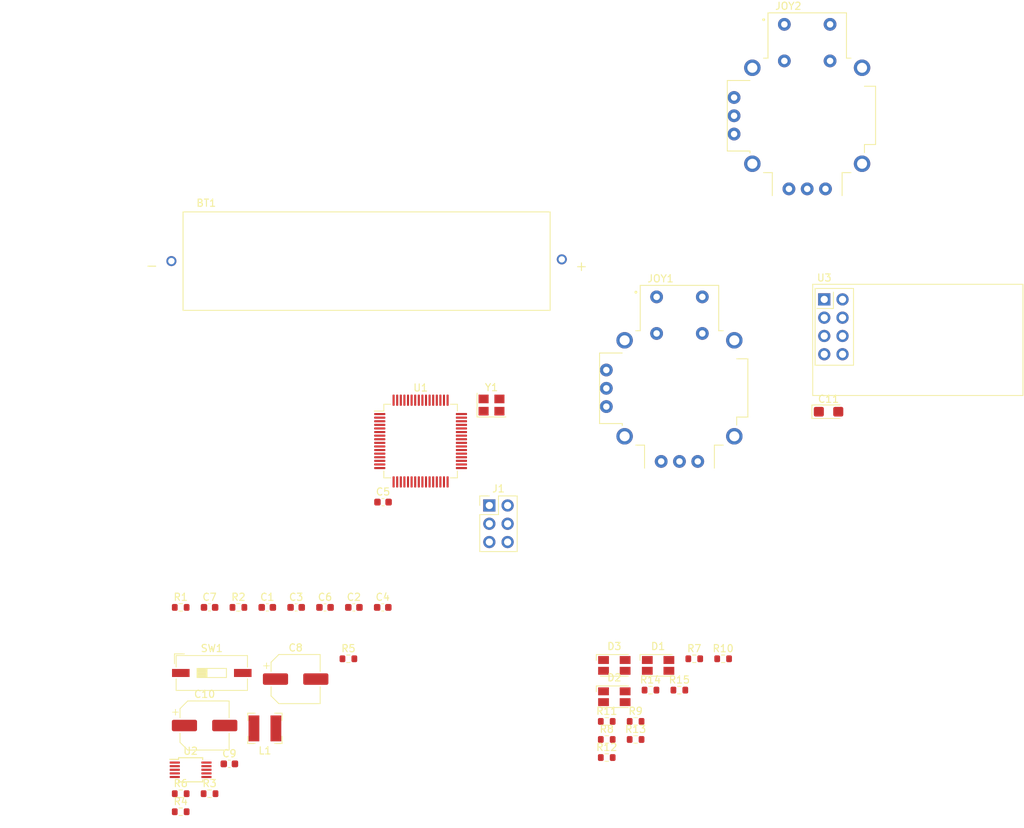
<source format=kicad_pcb>
(kicad_pcb (version 20211014) (generator pcbnew)
  (title_block (title "RC Helicopter Remote Control") (date "2022-12-28") (rev "${REVISION}") (company "Authors: A. Kotkov, I. Kajdan") (comment 1 "Reviewer: A. Bondyra"))
  (layers (0 "F.Cu" signal) (31 "B.Cu" signal) (34 "B.Paste" user) (35 "F.Paste" user) (36 "B.SilkS" user "B.Silkscreen") (37 "F.SilkS" user "F.Silkscreen") (38 "B.Mask" user) (39 "F.Mask" user) (44 "Edge.Cuts" user))
  (property "REVISION" "0.1.0")
  (net 0 "")
  (net 1 "Net-(C1-Pad1)")
  (net 2 "GND")
  (net 3 "Net-(C2-Pad1)")
  (net 4 "+3.3V")
  (net 5 "Net-(U2-Pad10)")
  (net 6 "Net-(C10-Pad1)")
  (net 7 "Net-(D1-Pad1)")
  (net 8 "Net-(D1-Pad2)")
  (net 9 "Net-(D1-Pad3)")
  (net 10 "Net-(D2-Pad1)")
  (net 11 "Net-(D2-Pad2)")
  (net 12 "Net-(D2-Pad3)")
  (net 13 "Net-(D3-Pad1)")
  (net 14 "Net-(D3-Pad2)")
  (net 15 "Net-(D3-Pad3)")
  (net 16 "/SWCLK")
  (net 17 "/SWDIO")
  (net 18 "/NRST")
  (net 19 "/SWO")
  (net 20 "/JOY1_S")
  (net 21 "/JOY1_X")
  (net 22 "/JOY1_Y")
  (net 23 "/JOY2_S")
  (net 24 "/JOY2_X")
  (net 25 "/JOY2_Y")
  (net 26 "Net-(L1-Pad1)")
  (net 27 "Net-(R2-Pad2)")
  (net 28 "/LED1_R")
  (net 29 "/LED2_R")
  (net 30 "/LED3_R")
  (net 31 "/LED1_G")
  (net 32 "/LED2_G")
  (net 33 "/LED3_G")
  (net 34 "/LED1_B")
  (net 35 "/LED2_B")
  (net 36 "/LED3_B")
  (net 37 "/Power/+BATT")
  (net 46 "/NRF_CSN")
  (net 47 "/NRF_SCK")
  (net 48 "/NRF_MISO")
  (net 49 "/NRF_MOSI")
  (net 52 "/NRF_CE")
  (net 59 "/NRF_IRQ")
  (net 70 "Net-(C9-Pad2)")
  (net 71 "Net-(U2-Pad4)")
  (net 72 "Net-(U2-Pad9)")
  (net 73 "Net-(U2-Pad1)")
  (footprint "Inductor_SMD:L_Bourns-SRN4018" (layer "F.Cu") (at 84.551 123.975)
    (fp_text reference "L1" (at 0 3.1) (layer "F.SilkS"))
    (fp_text value "10μH")
    (fp_line (start 2.385 -2.11) (end 1.36 -2.11) (layer "F.SilkS") (width 0.12))
    (fp_line (start 2.385 2.11) (end 2.385 1.085) (layer "F.SilkS") (width 0.12))
    (fp_line (start -2.385 2.11) (end -1.36 2.11) (layer "F.SilkS") (width 0.12))
    (fp_line (start -2.385 -2.11) (end -2.385 -1.085) (layer "F.SilkS") (width 0.12))
    (fp_line (start 2.385 2.11) (end 1.36 2.11) (layer "F.SilkS") (width 0.12))
    (fp_line (start 2.385 -2.11) (end 2.385 -1.085) (layer "F.SilkS") (width 0.12))
    (fp_line (start -2.385 2.11) (end -2.385 1.085) (layer "F.SilkS") (width 0.12))
    (fp_line (start -2.385 -2.11) (end -1.36 -2.11) (layer "F.SilkS") (width 0.12))
    (pad "1" smd rect (at -1.525 0) (size 1.5 3.6) (layers "F.Cu" "F.Paste" "F.Mask") (net 26 "Net-(L1-Pad1)"))
    (pad "2" smd rect (at 1.525 0) (size 1.5 3.6) (layers "F.Cu" "F.Paste" "F.Mask") (net 71 "Net-(U2-Pad4)"))
  )
  (footprint "Package_SO:MSOP-10_3x3mm_P0.5mm" (layer "F.Cu") (at 74.2289 129.7248)
    (fp_text reference "U2" (at 0 -2.6) (layer "F.SilkS"))
    (fp_text value "LTC3440EMS")
    (fp_line (start -1.675 -1.45) (end -2.9 -1.45) (layer "F.SilkS") (width 0.15))
    (fp_line (start 1.675 -1.675) (end 1.675 -1.375) (layer "F.SilkS") (width 0.15))
    (fp_line (start -1.675 -1.675) (end -1.675 -1.45) (layer "F.SilkS") (width 0.15))
    (fp_line (start -1.675 -1.675) (end 1.675 -1.675) (layer "F.SilkS") (width 0.15))
    (fp_line (start -1.675 1.675) (end -1.675 1.375) (layer "F.SilkS") (width 0.15))
    (fp_line (start -1.675 1.675) (end 1.675 1.675) (layer "F.SilkS") (width 0.15))
    (fp_line (start 1.675 1.675) (end 1.675 1.375) (layer "F.SilkS") (width 0.15))
    (pad "1" smd rect (at -2.2 -1) (size 1.4 0.3) (layers "F.Cu" "F.Paste" "F.Mask") (net 73 "Net-(U2-Pad1)"))
    (pad "2" smd rect (at -2.2 -0.5) (size 1.4 0.3) (layers "F.Cu" "F.Paste" "F.Mask"))
    (pad "3" smd rect (at -2.2 0) (size 1.4 0.3) (layers "F.Cu" "F.Paste" "F.Mask") (net 26 "Net-(L1-Pad1)"))
    (pad "4" smd rect (at -2.2 0.5) (size 1.4 0.3) (layers "F.Cu" "F.Paste" "F.Mask") (net 71 "Net-(U2-Pad4)"))
    (pad "5" smd rect (at -2.2 1) (size 1.4 0.3) (layers "F.Cu" "F.Paste" "F.Mask") (net 2 "GND"))
    (pad "6" smd rect (at 2.2 1) (size 1.4 0.3) (layers "F.Cu" "F.Paste" "F.Mask") (net 4 "+3.3V"))
    (pad "7" smd rect (at 2.2 0.5) (size 1.4 0.3) (layers "F.Cu" "F.Paste" "F.Mask") (net 6 "Net-(C10-Pad1)"))
    (pad "8" smd rect (at 2.2 0) (size 1.4 0.3) (layers "F.Cu" "F.Paste" "F.Mask") (net 6 "Net-(C10-Pad1)"))
    (pad "9" smd rect (at 2.2 -0.5) (size 1.4 0.3) (layers "F.Cu" "F.Paste" "F.Mask") (net 72 "Net-(U2-Pad9)"))
    (pad "10" smd rect (at 2.2 -1) (size 1.4 0.3) (layers "F.Cu" "F.Paste" "F.Mask") (net 5 "Net-(U2-Pad10)"))
  )
  (footprint "Connector_PinHeader_2.54mm:PinHeader_2x03_P2.54mm_Vertical" (layer "F.Cu") (at 115.731 93.005)
    (fp_text reference "J1" (at 1.27 -2.33) (layer "F.SilkS"))
    (fp_text value "SWD")
    (fp_line (start 3.87 -1.33) (end 3.87 6.41) (layer "F.SilkS") (width 0.12))
    (fp_line (start -1.33 -1.33) (end 0 -1.33) (layer "F.SilkS") (width 0.12))
    (fp_line (start -1.33 6.41) (end 3.87 6.41) (layer "F.SilkS") (width 0.12))
    (fp_line (start 1.27 -1.33) (end 3.87 -1.33) (layer "F.SilkS") (width 0.12))
    (fp_line (start -1.33 0) (end -1.33 -1.33) (layer "F.SilkS") (width 0.12))
    (fp_line (start 1.27 1.27) (end 1.27 -1.33) (layer "F.SilkS") (width 0.12))
    (fp_line (start -1.33 1.27) (end 1.27 1.27) (layer "F.SilkS") (width 0.12))
    (fp_line (start -1.33 1.27) (end -1.33 6.41) (layer "F.SilkS") (width 0.12))
    (pad "1" thru_hole rect (at 0 0) (size 1.7 1.7) (drill 1) (layers *.Cu *.Mask) (net 4 "+3.3V"))
    (pad "2" thru_hole oval (at 2.54 0) (size 1.7 1.7) (drill 1) (layers *.Cu *.Mask) (net 16 "/SWCLK"))
    (pad "3" thru_hole oval (at 0 2.54) (size 1.7 1.7) (drill 1) (layers *.Cu *.Mask) (net 2 "GND"))
    (pad "4" thru_hole oval (at 2.54 2.54) (size 1.7 1.7) (drill 1) (layers *.Cu *.Mask) (net 17 "/SWDIO"))
    (pad "5" thru_hole oval (at 0 5.08) (size 1.7 1.7) (drill 1) (layers *.Cu *.Mask) (net 18 "/NRST"))
    (pad "6" thru_hole oval (at 2.54 5.08) (size 1.7 1.7) (drill 1) (layers *.Cu *.Mask) (net 19 "/SWO"))
  )
  (footprint "Resistor_SMD:R_0603_1608Metric" (layer "F.Cu") (at 80.871 107.165)
    (fp_text reference "R2" (at 0 -1.43) (layer "F.SilkS"))
    (fp_text value "10kΩ")
    (fp_line (start -0.237258 -0.5225) (end 0.237258 -0.5225) (layer "F.SilkS") (width 0.12))
    (fp_line (start -0.237258 0.5225) (end 0.237258 0.5225) (layer "F.SilkS") (width 0.12))
    (pad "1" smd roundrect (at -0.825 0) (size 0.8 0.95) (layers "F.Cu" "F.Paste" "F.Mask") (net 2 "GND"))
    (pad "2" smd roundrect (at 0.825 0) (size 0.8 0.95) (layers "F.Cu" "F.Paste" "F.Mask") (net 27 "Net-(R2-Pad2)"))
  )
  (footprint "Resistor_SMD:R_0603_1608Metric" (layer "F.Cu") (at 136.051 123.005)
    (fp_text reference "R9" (at 0 -1.43) (layer "F.SilkS"))
    (fp_text value "180Ω")
    (fp_line (start -0.237258 0.5225) (end 0.237258 0.5225) (layer "F.SilkS") (width 0.12))
    (fp_line (start -0.237258 -0.5225) (end 0.237258 -0.5225) (layer "F.SilkS") (width 0.12))
    (pad "1" smd roundrect (at -0.825 0) (size 0.8 0.95) (layers "F.Cu" "F.Paste" "F.Mask") (net 13 "Net-(D3-Pad1)"))
    (pad "2" smd roundrect (at 0.825 0) (size 0.8 0.95) (layers "F.Cu" "F.Paste" "F.Mask") (net 30 "/LED3_R"))
  )
  (footprint "Resistor_SMD:R_0603_1608Metric" (layer "F.Cu") (at 138.121 118.655)
    (fp_text reference "R14" (at 0 -1.43) (layer "F.SilkS"))
    (fp_text value "100Ω")
    (fp_line (start -0.237258 -0.5225) (end 0.237258 -0.5225) (layer "F.SilkS") (width 0.12))
    (fp_line (start -0.237258 0.5225) (end 0.237258 0.5225) (layer "F.SilkS") (width 0.12))
    (pad "1" smd roundrect (at -0.825 0) (size 0.8 0.95) (layers "F.Cu" "F.Paste" "F.Mask") (net 12 "Net-(D2-Pad3)"))
    (pad "2" smd roundrect (at 0.825 0) (size 0.8 0.95) (layers "F.Cu" "F.Paste" "F.Mask") (net 35 "/LED2_B"))
  )
  (footprint "Resistor_SMD:R_0603_1608Metric" (layer "F.Cu") (at 72.851 135.555)
    (fp_text reference "R4" (at 0 -1.43) (layer "F.SilkS"))
    (fp_text value "15kΩ")
    (fp_line (start -0.237258 0.5225) (end 0.237258 0.5225) (layer "F.SilkS") (width 0.12))
    (fp_line (start -0.237258 -0.5225) (end 0.237258 -0.5225) (layer "F.SilkS") (width 0.12))
    (pad "1" smd roundrect (at -0.825 0) (size 0.8 0.95) (layers "F.Cu" "F.Paste" "F.Mask") (net 72 "Net-(U2-Pad9)"))
    (pad "2" smd roundrect (at 0.825 0) (size 0.8 0.95) (layers "F.Cu" "F.Paste" "F.Mask") (net 70 "Net-(C9-Pad2)"))
  )
  (footprint "Capacitor_SMD:C_0603_1608Metric" (layer "F.Cu") (at 88.891 107.165)
    (fp_text reference "C3" (at 0 -1.43) (layer "F.SilkS"))
    (fp_text value "100nF")
    (fp_line (start -0.14058 0.51) (end 0.14058 0.51) (layer "F.SilkS") (width 0.12))
    (fp_line (start -0.14058 -0.51) (end 0.14058 -0.51) (layer "F.SilkS") (width 0.12))
    (pad "1" smd roundrect (at -0.775 0) (size 0.9 0.95) (layers "F.Cu" "F.Paste" "F.Mask") (net 4 "+3.3V"))
    (pad "2" smd roundrect (at 0.775 0) (size 0.9 0.95) (layers "F.Cu" "F.Paste" "F.Mask") (net 2 "GND"))
  )
  (footprint "Resistor_SMD:R_0603_1608Metric" (layer "F.Cu") (at 72.851 107.165)
    (fp_text reference "R1" (at 0 -1.43) (layer "F.SilkS"))
    (fp_text value "10kΩ")
    (fp_line (start -0.237258 -0.5225) (end 0.237258 -0.5225) (layer "F.SilkS") (width 0.12))
    (fp_line (start -0.237258 0.5225) (end 0.237258 0.5225) (layer "F.SilkS") (width 0.12))
    (pad "1" smd roundrect (at -0.825 0) (size 0.8 0.95) (layers "F.Cu" "F.Paste" "F.Mask") (net 4 "+3.3V"))
    (pad "2" smd roundrect (at 0.825 0) (size 0.8 0.95) (layers "F.Cu" "F.Paste" "F.Mask") (net 18 "/NRST"))
  )
  (footprint "Resistor_SMD:R_0603_1608Metric" (layer "F.Cu") (at 136.051 125.515)
    (fp_text reference "R13" (at 0 -1.43) (layer "F.SilkS"))
    (fp_text value "100Ω")
    (fp_line (start -0.237258 -0.5225) (end 0.237258 -0.5225) (layer "F.SilkS") (width 0.12))
    (fp_line (start -0.237258 0.5225) (end 0.237258 0.5225) (layer "F.SilkS") (width 0.12))
    (pad "1" smd roundrect (at -0.825 0) (size 0.8 0.95) (layers "F.Cu" "F.Paste" "F.Mask") (net 9 "Net-(D1-Pad3)"))
    (pad "2" smd roundrect (at 0.825 0) (size 0.8 0.95) (layers "F.Cu" "F.Paste" "F.Mask") (net 34 "/LED1_B"))
  )
  (footprint "Resistor_SMD:R_0603_1608Metric" (layer "F.Cu") (at 132.041 128.025)
    (fp_text reference "R12" (at 0 -1.43) (layer "F.SilkS"))
    (fp_text value "100Ω")
    (fp_line (start -0.237258 -0.5225) (end 0.237258 -0.5225) (layer "F.SilkS") (width 0.12))
    (fp_line (start -0.237258 0.5225) (end 0.237258 0.5225) (layer "F.SilkS") (width 0.12))
    (pad "1" smd roundrect (at -0.825 0) (size 0.8 0.95) (layers "F.Cu" "F.Paste" "F.Mask") (net 14 "Net-(D3-Pad2)"))
    (pad "2" smd roundrect (at 0.825 0) (size 0.8 0.95) (layers "F.Cu" "F.Paste" "F.Mask") (net 33 "/LED3_G"))
  )
  (footprint "Resistor_SMD:R_0603_1608Metric" (layer "F.Cu") (at 148.211 114.305)
    (fp_text reference "R10" (at 0 -1.43) (layer "F.SilkS"))
    (fp_text value "100Ω")
    (fp_line (start -0.237258 -0.5225) (end 0.237258 -0.5225) (layer "F.SilkS") (width 0.12))
    (fp_line (start -0.237258 0.5225) (end 0.237258 0.5225) (layer "F.SilkS") (width 0.12))
    (pad "1" smd roundrect (at -0.825 0) (size 0.8 0.95) (layers "F.Cu" "F.Paste" "F.Mask") (net 8 "Net-(D1-Pad2)"))
    (pad "2" smd roundrect (at 0.825 0) (size 0.8 0.95) (layers "F.Cu" "F.Paste" "F.Mask") (net 31 "/LED1_G"))
  )
  (footprint "Crystal:Crystal_SMD_3225-4Pin_3.2x2.5mm" (layer "F.Cu") (at 116.031 79.055)
    (fp_text reference "Y1" (at 0 -2.45) (layer "F.SilkS"))
    (fp_text value "16MHz")
    (fp_line (start -2 1.65) (end 2 1.65) (layer "F.SilkS") (width 0.12))
    (fp_line (start -2 -1.65) (end -2 1.65) (layer "F.SilkS") (width 0.12))
    (pad "1" smd rect (at -1.1 0.85) (size 1.4 1.2) (layers "F.Cu" "F.Paste" "F.Mask") (net 3 "Net-(C2-Pad1)"))
    (pad "2" smd rect (at 1.1 0.85) (size 1.4 1.2) (layers "F.Cu" "F.Paste" "F.Mask") (net 2 "GND"))
    (pad "3" smd rect (at 1.1 -0.85) (size 1.4 1.2) (layers "F.Cu" "F.Paste" "F.Mask") (net 1 "Net-(C1-Pad1)"))
    (pad "4" smd rect (at -1.1 -0.85) (size 1.4 1.2) (layers "F.Cu" "F.Paste" "F.Mask") (net 2 "GND"))
  )
  (footprint "Resistor_SMD:R_0603_1608Metric" (layer "F.Cu") (at 144.201 114.305)
    (fp_text reference "R7" (at 0 -1.43) (layer "F.SilkS"))
    (fp_text value "180Ω")
    (fp_line (start -0.237258 0.5225) (end 0.237258 0.5225) (layer "F.SilkS") (width 0.12))
    (fp_line (start -0.237258 -0.5225) (end 0.237258 -0.5225) (layer "F.SilkS") (width 0.12))
    (pad "1" smd roundrect (at -0.825 0) (size 0.8 0.95) (layers "F.Cu" "F.Paste" "F.Mask") (net 7 "Net-(D1-Pad1)"))
    (pad "2" smd roundrect (at 0.825 0) (size 0.8 0.95) (layers "F.Cu" "F.Paste" "F.Mask") (net 28 "/LED1_R"))
  )
  (footprint "Capacitor_SMD:C_0603_1608Metric" (layer "F.Cu") (at 100.921 107.165)
    (fp_text reference "C4" (at 0 -1.43) (layer "F.SilkS"))
    (fp_text value "100nF")
    (fp_line (start -0.14058 0.51) (end 0.14058 0.51) (layer "F.SilkS") (width 0.12))
    (fp_line (start -0.14058 -0.51) (end 0.14058 -0.51) (layer "F.SilkS") (width 0.12))
    (pad "1" smd roundrect (at -0.775 0) (size 0.9 0.95) (layers "F.Cu" "F.Paste" "F.Mask") (net 4 "+3.3V"))
    (pad "2" smd roundrect (at 0.775 0) (size 0.9 0.95) (layers "F.Cu" "F.Paste" "F.Mask") (net 2 "GND"))
  )
  (footprint "Package_QFP:LQFP-64_10x10mm_P0.5mm" (layer "F.Cu") (at 106.181 84.055)
    (fp_text reference "U1" (at 0 -7.4) (layer "F.SilkS"))
    (fp_text value "STM32L4P5RET6")
    (fp_line (start -4.16 5.11) (end -5.11 5.11) (layer "F.SilkS") (width 0.12))
    (fp_line (start -5.11 -4.16) (end -6.45 -4.16) (layer "F.SilkS") (width 0.12))
    (fp_line (start 4.16 -5.11) (end 5.11 -5.11) (layer "F.SilkS") (width 0.12))
    (fp_line (start 5.11 -5.11) (end 5.11 -4.16) (layer "F.SilkS") (width 0.12))
    (fp_line (start 4.16 5.11) (end 5.11 5.11) (layer "F.SilkS") (width 0.12))
    (fp_line (start -4.16 -5.11) (end -5.11 -5.11) (layer "F.SilkS") (width 0.12))
    (fp_line (start -5.11 5.11) (end -5.11 4.16) (layer "F.SilkS") (width 0.12))
    (fp_line (start 5.11 5.11) (end 5.11 4.16) (layer "F.SilkS") (width 0.12))
    (fp_line (start -5.11 -5.11) (end -5.11 -4.16) (layer "F.SilkS") (width 0.12))
    (pad "1" smd roundrect (at -5.675 -3.75) (size 1.55 0.3) (layers "F.Cu" "F.Paste" "F.Mask") (net 4 "+3.3V"))
    (pad "2" smd roundrect (at -5.675 -3.25) (size 1.55 0.3) (layers "F.Cu" "F.Paste" "F.Mask"))
    (pad "3" smd roundrect (at -5.675 -2.75) (size 1.55 0.3) (layers "F.Cu" "F.Paste" "F.Mask"))
    (pad "4" smd roundrect (at -5.675 -2.25) (size 1.55 0.3) (layers "F.Cu" "F.Paste" "F.Mask"))
    (pad "5" smd roundrect (at -5.675 -1.75) (size 1.55 0.3) (layers "F.Cu" "F.Paste" "F.Mask") (net 1 "Net-(C1-Pad1)"))
    (pad "6" smd roundrect (at -5.675 -1.25) (size 1.55 0.3) (layers "F.Cu" "F.Paste" "F.Mask") (net 3 "Net-(C2-Pad1)"))
    (pad "7" smd roundrect (at -5.675 -0.75) (size 1.55 0.3) (layers "F.Cu" "F.Paste" "F.Mask") (net 18 "/NRST"))
    (pad "8" smd roundrect (at -5.675 -0.25) (size 1.55 0.3) (layers "F.Cu" "F.Paste" "F.Mask"))
    (pad "9" smd roundrect (at -5.675 0.25) (size 1.55 0.3) (layers "F.Cu" "F.Paste" "F.Mask"))
    (pad "10" smd roundrect (at -5.675 0.75) (size 1.55 0.3) (layers "F.Cu" "F.Paste" "F.Mask"))
    (pad "11" smd roundrect (at -5.675 1.25) (size 1.55 0.3) (layers "F.Cu" "F.Paste" "F.Mask"))
    (pad "12" smd roundrect (at -5.675 1.75) (size 1.55 0.3) (layers "F.Cu" "F.Paste" "F.Mask") (net 2 "GND"))
    (pad "13" smd roundrect (at -5.675 2.25) (size 1.55 0.3) (layers "F.Cu" "F.Paste" "F.Mask") (net 4 "+3.3V"))
    (pad "14" smd roundrect (at -5.675 2.75) (size 1.55 0.3) (layers "F.Cu" "F.Paste" "F.Mask") (net 22 "/JOY1_Y"))
    (pad "15" smd roundrect (at -5.675 3.25) (size 1.55 0.3) (layers "F.Cu" "F.Paste" "F.Mask") (net 21 "/JOY1_X"))
    (pad "16" smd roundrect (at -5.675 3.75) (size 1.55 0.3) (layers "F.Cu" "F.Paste" "F.Mask") (net 20 "/JOY1_S"))
    (pad "17" smd roundrect (at -3.75 5.675) (size 0.3 1.55) (layers "F.Cu" "F.Paste" "F.Mask"))
    (pad "18" smd roundrect (at -3.25 5.675) (size 0.3 1.55) (layers "F.Cu" "F.Paste" "F.Mask") (net 2 "GND"))
    (pad "19" smd roundrect (at -2.75 5.675) (size 0.3 1.55) (layers "F.Cu" "F.Paste" "F.Mask") (net 4 "+3.3V"))
    (pad "20" smd roundrect (at -2.25 5.675) (size 0.3 1.55) (layers "F.Cu" "F.Paste" "F.Mask") (net 46 "/NRF_CSN"))
    (pad "21" smd roundrect (at -1.75 5.675) (size 0.3 1.55) (layers "F.Cu" "F.Paste" "F.Mask") (net 47 "/NRF_SCK"))
    (pad "22" smd roundrect (at -1.25 5.675) (size 0.3 1.55) (layers "F.Cu" "F.Paste" "F.Mask") (net 48 "/NRF_MISO"))
    (pad "23" smd roundrect (at -0.75 5.675) (size 0.3 1.55) (layers "F.Cu" "F.Paste" "F.Mask") (net 49 "/NRF_MOSI"))
    (pad "24" smd roundrect (at -0.25 5.675) (size 0.3 1.55) (layers "F.Cu" "F.Paste" "F.Mask"))
    (pad "25" smd roundrect (at 0.25 5.675) (size 0.3 1.55) (layers "F.Cu" "F.Paste" "F.Mask"))
    (pad "26" smd roundrect (at 0.75 5.675) (size 0.3 1.55) (layers "F.Cu" "F.Paste" "F.Mask") (net 52 "/NRF_CE"))
    (pad "27" smd roundrect (at 1.25 5.675) (size 0.3 1.55) (layers "F.Cu" "F.Paste" "F.Mask"))
    (pad "28" smd roundrect (at 1.75 5.675) (size 0.3 1.55) (layers "F.Cu" "F.Paste" "F.Mask"))
    (pad "29" smd roundrect (at 2.25 5.675) (size 0.3 1.55) (layers "F.Cu" "F.Paste" "F.Mask") (net 29 "/LED2_R"))
    (pad "30" smd roundrect (at 2.75 5.675) (size 0.3 1.55) (layers "F.Cu" "F.Paste" "F.Mask") (net 32 "/LED2_G"))
    (pad "31" smd roundrect (at 3.25 5.675) (size 0.3 1.55) (layers "F.Cu" "F.Paste" "F.Mask") (net 2 "GND"))
    (pad "32" smd roundrect (at 3.75 5.675) (size 0.3 1.55) (layers "F.Cu" "F.Paste" "F.Mask") (net 4 "+3.3V"))
    (pad "33" smd roundrect (at 5.675 3.75) (size 1.55 0.3) (layers "F.Cu" "F.Paste" "F.Mask") (net 35 "/LED2_B"))
    (pad "34" smd roundrect (at 5.675 3.25) (size 1.55 0.3) (layers "F.Cu" "F.Paste" "F.Mask") (net 30 "/LED3_R"))
    (pad "35" smd roundrect (at 5.675 2.75) (size 1.55 0.3) (layers "F.Cu" "F.Paste" "F.Mask") (net 33 "/LED3_G"))
    (pad "36" smd roundrect (at 5.675 2.25) (size 1.55 0.3) (layers "F.Cu" "F.Paste" "F.Mask") (net 36 "/LED3_B"))
    (pad "37" smd roundrect (at 5.675 1.75) (size 1.55 0.3) (layers "F.Cu" "F.Paste" "F.Mask"))
    (pad "38" smd roundrect (at 5.675 1.25) (size 1.55 0.3) (layers "F.Cu" "F.Paste" "F.Mask"))
    (pad "39" smd roundrect (at 5.675 0.75) (size 1.55 0.3) (layers "F.Cu" "F.Paste" "F.Mask"))
    (pad "40" smd roundrect (at 5.675 0.25) (size 1.55 0.3) (layers "F.Cu" "F.Paste" "F.Mask"))
    (pad "41" smd roundrect (at 5.675 -0.25) (size 1.55 0.3) (layers "F.Cu" "F.Paste" "F.Mask") (net 59 "/NRF_IRQ"))
    (pad "42" smd roundrect (at 5.675 -0.75) (size 1.55 0.3) (layers "F.Cu" "F.Paste" "F.Mask") (net 25 "/JOY2_Y"))
    (pad "43" smd roundrect (at 5.675 -1.25) (size 1.55 0.3) (layers "F.Cu" "F.Paste" "F.Mask") (net 24 "/JOY2_X"))
    (pad "44" smd roundrect (at 5.675 -1.75) (size 1.55 0.3) (layers "F.Cu" "F.Paste" "F.Mask") (net 23 "/JOY2_S"))
    (pad "45" smd roundrect (at 5.675 -2.25) (size 1.55 0.3) (layers "F.Cu" "F.Paste" "F.Mask"))
    (pad "46" smd roundrect (at 5.675 -2.75) (size 1.55 0.3) (layers "F.Cu" "F.Paste" "F.Mask") (net 17 "/SWDIO"))
    (pad "47" smd roundrect (at 5.675 -3.25) (size 1.55 0.3) (layers "F.Cu" "F.Paste" "F.Mask") (net 2 "GND"))
    (pad "48" smd roundrect (at 5.675 -3.75) (size 1.55 0.3) (layers "F.Cu" "F.Paste" "F.Mask") (net 4 "+3.3V"))
    (pad "49" smd roundrect (at 3.75 -5.675) (size 0.3 1.55) (layers "F.Cu" "F.Paste" "F.Mask") (net 16 "/SWCLK"))
    (pad "50" smd roundrect (at 3.25 -5.675) (size 0.3 1.55) (layers "F.Cu" "F.Paste" "F.Mask"))
    (pad "51" smd roundrect (at 2.75 -5.675) (size 0.3 1.55) (layers "F.Cu" "F.Paste" "F.Mask"))
    (pad "52" smd roundrect (at 2.25 -5.675) (size 0.3 1.55) (layers "F.Cu" "F.Paste" "F.Mask"))
    (pad "53" smd roundrect (at 1.75 -5.675) (size 0.3 1.55) (layers "F.Cu" "F.Paste" "F.Mask"))
    (pad "54" smd roundrect (at 1.25 -5.675) (size 0.3 1.55) (layers "F.Cu" "F.Paste" "F.Mask"))
    (pad "55" smd roundrect (at 0.75 -5.675) (size 0.3 1.55) (layers "F.Cu" "F.Paste" "F.Mask") (net 19 "/SWO"))
    (pad "56" smd roundrect (at 0.25 -5.675) (size 0.3 1.55) (layers "F.Cu" "F.Paste" "F.Mask"))
    (pad "57" smd roundrect (at -0.25 -5.675) (size 0.3 1.55) (layers "F.Cu" "F.Paste" "F.Mask"))
    (pad "58" smd roundrect (at -0.75 -5.675) (size 0.3 1.55) (layers "F.Cu" "F.Paste" "F.Mask"))
    (pad "59" smd roundrect (at -1.25 -5.675) (size 0.3 1.55) (layers "F.Cu" "F.Paste" "F.Mask") (net 28 "/LED1_R"))
    (pad "60" smd roundrect (at -1.75 -5.675) (size 0.3 1.55) (layers "F.Cu" "F.Paste" "F.Mask") (net 27 "Net-(R2-Pad2)"))
    (pad "61" smd roundrect (at -2.25 -5.675) (size 0.3 1.55) (layers "F.Cu" "F.Paste" "F.Mask") (net 31 "/LED1_G"))
    (pad "62" smd roundrect (at -2.75 -5.675) (size 0.3 1.55) (layers "F.Cu" "F.Paste" "F.Mask") (net 34 "/LED1_B"))
    (pad "63" smd roundrect (at -3.25 -5.675) (size 0.3 1.55) (layers "F.Cu" "F.Paste" "F.Mask") (net 2 "GND"))
    (pad "64" smd roundrect (at -3.75 -5.675) (size 0.3 1.55) (layers "F.Cu" "F.Paste" "F.Mask") (net 4 "+3.3V"))
  )
  (footprint "LED_SMD:LED_Avago_PLCC4_3.2x2.8mm_CW" (layer "F.Cu") (at 133.096044 115.225)
    (fp_text reference "D3" (at 0 -2.65) (layer "F.SilkS"))
    (fp_text value "LED_RGBK")
    (fp_line (start -2.5 -0.7) (end -2.5 -1.5) (layer "F.SilkS") (width 0.12))
    (fp_line (start -2.500044 -1.5) (end 1.95 -1.5) (layer "F.SilkS") (width 0.12))
    (fp_line (start -1.95 1.5) (end 1.95 1.5) (layer "F.SilkS") (width 0.12))
    (pad "1" smd rect (at -1.5 -0.75) (size 1.5 1.1) (layers "F.Cu" "F.Paste" "F.Mask") (net 13 "Net-(D3-Pad1)"))
    (pad "2" smd rect (at 1.5 -0.75) (size 1.5 1.1) (layers "F.Cu" "F.Paste" "F.Mask") (net 14 "Net-(D3-Pad2)"))
    (pad "3" smd rect (at 1.5 0.75) (size 1.5 1.1) (layers "F.Cu" "F.Paste" "F.Mask") (net 15 "Net-(D3-Pad3)"))
    (pad "4" smd rect (at -1.5 0.75) (size 1.5 1.1) (layers "F.Cu" "F.Paste" "F.Mask") (net 4 "+3.3V"))
  )
  (footprint "Resistor_SMD:R_0603_1608Metric" (layer "F.Cu") (at 72.851 133.045)
    (fp_text reference "R6" (at 0 -1.43) (layer "F.SilkS"))
    (fp_text value "60.4kΩ")
    (fp_line (start -0.237258 -0.5225) (end 0.237258 -0.5225) (layer "F.SilkS") (width 0.12))
    (fp_line (start -0.237258 0.5225) (end 0.237258 0.5225) (layer "F.SilkS") (width 0.12))
    (pad "1" smd roundrect (at -0.825 0) (size 0.8 0.95) (layers "F.Cu" "F.Paste" "F.Mask") (net 2 "GND"))
    (pad "2" smd roundrect (at 0.825 0) (size 0.8 0.95) (layers "F.Cu" "F.Paste" "F.Mask") (net 73 "Net-(U2-Pad1)"))
  )
  (footprint "Local_Library:BAT_BCAAAW" (layer "F.Cu") (at 98.679 59.055)
    (fp_text reference "BT1" (at -22.275 -8.07) (layer "F.SilkS"))
    (fp_text value "Li-Ion")
    (fp_text user "-" (at -29.84 0.6) (layer "F.SilkS") (effects (font (size 1.4 1.4))))
    (fp_text user "+" (at 29.85 0.67) (layer "F.SilkS") (effects (font (size 1.4 1.4))))
    (fp_line (start 25.5 -6.84) (end -25.5 -6.84) (layer "F.SilkS") (width 0.127))
    (fp_line (start 25.5 6.84) (end 25.5 -6.84) (layer "F.SilkS") (width 0.127))
    (fp_line (start -25.5 -6.84) (end -25.5 6.84) (layer "F.SilkS") (width 0.127))
    (fp_line (start -25.5 6.84) (end 25.5 6.84) (layer "F.SilkS") (width 0.127))
    (pad "" np_thru_hole circle (at 0 0) (size 2.11 2.11) (drill 2.11) (layers *.Cu *.Mask))
    (pad "1" thru_hole circle (at 27.12 -0.24) (size 1.398 1.398) (drill 0.89) (layers *.Cu *.Mask) (net 37 "/Power/+BATT"))
    (pad "2" thru_hole circle (at -27.12 0) (size 1.398 1.398) (drill 0.89) (layers *.Cu *.Mask) (net 2 "GND"))
  )
  (footprint "Button_Switch_SMD:SW_DIP_SPSTx01_Slide_9.78x4.72mm_W8.61mm_P2.54mm" (layer "F.Cu") (at 77.171 116.275)
    (fp_text reference "SW1" (at 0 -3.42) (layer "F.SilkS"))
    (fp_text value "SW_SPST")
    (fp_line (start -2.03 -0.395) (end -0.676667 -0.395) (layer "F.SilkS") (width 0.12))
    (fp_line (start 2.03 -0.635) (end -2.03 -0.635) (layer "F.SilkS") (width 0.12))
    (fp_line (start -4.95 2.42) (end 4.95 2.42) (layer "F.SilkS") (width 0.12))
    (fp_line (start -2.03 -0.155) (end -0.676667 -0.155) (layer "F.SilkS") (width 0.12))
    (fp_line (start -2.03 -0.515) (end -0.676667 -0.515) (layer "F.SilkS") (width 0.12))
    (fp_line (start -4.95 -2.42) (end -4.95 -0.8) (layer "F.SilkS") (width 0.12))
    (fp_line (start 2.03 0.635) (end 2.03 -0.635) (layer "F.SilkS") (width 0.12))
    (fp_line (start -5.19 -2.66) (end -3.806 -2.66) (layer "F.SilkS") (width 0.12))
    (fp_line (start -4.95 -2.42) (end 4.95 -2.42) (layer "F.SilkS") (width 0.12))
    (fp_line (start -2.03 0.205) (end -0.676667 0.205) (layer "F.SilkS") (width 0.12))
    (fp_line (start -2.03 0.565) (end -0.676667 0.565) (layer "F.SilkS") (width 0.12))
    (fp_line (start -4.95 0.8) (end -4.95 2.42) (layer "F.SilkS") (width 0.12))
    (fp_line (start -2.03 0.085) (end -0.676667 0.085) (layer "F.SilkS") (width 0.12))
    (fp_line (start -2.03 -0.035) (end -0.676667 -0.035) (layer "F.SilkS") (width 0.12))
    (fp_line (start -5.19 -2.66) (end -5.19 -1.277) (layer "F.SilkS") (width 0.12))
    (fp_line (start -2.03 0.635) (end 2.03 0.635) (layer "F.SilkS") (width 0.12))
    (fp_line (start -0.676667 -0.635) (end -0.676667 0.635) (layer "F.SilkS") (width 0.12))
    (fp_line (start 4.95 -2.42) (end 4.95 -0.8) (layer "F.SilkS") (width 0.12))
    (fp_line (start -2.03 0.445) (end -0.676667 0.445) (layer "F.SilkS") (width 0.12))
    (fp_line (start 4.95 0.8) (end 4.95 2.42) (layer "F.SilkS") (width 0.12))
    (fp_line (start -2.03 0.325) (end -0.676667 0.325) (layer "F.SilkS") (width 0.12))
    (fp_line (start -2.03 -0.635) (end -2.03 0.635) (layer "F.SilkS") (width 0.12))
    (fp_line (start -2.03 -0.275) (end -0.676667 -0.275) (layer "F.SilkS") (width 0.12))
    (pad "1" smd rect (at -4.305 0) (size 2.44 1.12) (layers "F.Cu" "F.Paste" "F.Mask") (net 37 "/Power/+BATT"))
    (pad "2" smd rect (at 4.305 0) (size 2.44 1.12) (layers "F.Cu" "F.Paste" "F.Mask") (net 6 "Net-(C10-Pad1)"))
  )
  (footprint "Capacitor_Tantalum_SMD:CP_EIA-3216-10_Kemet-I" (layer "F.Cu") (at 162.856 79.975)
    (fp_text reference "C11" (at 0 -1.75) (layer "F.SilkS"))
    (fp_text value "10μF")
    (fp_line (start -2.31 0.935) (end 1.6 0.935) (layer "F.SilkS") (width 0.12))
    (fp_line (start -2.31 -0.935) (end -2.31 0.935) (layer "F.SilkS") (width 0.12))
    (fp_line (start 1.6 -0.935) (end -2.31 -0.935) (layer "F.SilkS") (width 0.12))
    (pad "1" smd roundrect (at -1.35 0) (size 1.4 1.35) (layers "F.Cu" "F.Paste" "F.Mask") (roundrect_rratio 0.185185) (net 4 "+3.3V"))
    (pad "2" smd roundrect (at 1.35 0) (size 1.4 1.35) (layers "F.Cu" "F.Paste" "F.Mask") (roundrect_rratio 0.185185) (net 2 "GND"))
  )
  (footprint "Local_Library:XDCR_COM-09032" (layer "F.Cu") (at 142.145777 76.725)
    (fp_text reference "JOY1" (at -2.625 -15.235) (layer "F.SilkS"))
    (fp_text value "COM-09032")
    (fp_line (start 6.08 7.9) (end 4.85 7.9) (layer "F.SilkS") (width 0.127))
    (fp_line (start 5.45 -14.3) (end 5.45 -8) (layer "F.SilkS") (width 0.127))
    (fp_line (start 7.95 -4.1) (end 9.5 -4.1) (layer "F.SilkS") (width 0.127))
    (fp_line (start -7.95 5.17) (end -7.95 4.9) (layer "F.SilkS") (width 0.127))
    (fp_line (start 7.95 4) (end 7.95 5.12) (layer "F.SilkS") (width 0.127))
    (fp_line (start -11.1 4.9) (end -11.1 -4.9) (layer "F.SilkS") (width 0.127))
    (fp_line (start -6.07 -8) (end -5.45 -8) (layer "F.SilkS") (width 0.127))
    (fp_line (start -4.85 7.9) (end -6.07 7.9) (layer "F.SilkS") (width 0.127))
    (fp_line (start -7.95 4.9) (end -11.1 4.9) (layer "F.SilkS") (width 0.127))
    (fp_line (start 9.5 -4.1) (end 9.5 4) (layer "F.SilkS") (width 0.127))
    (fp_line (start 9.5 4) (end 7.95 4) (layer "F.SilkS") (width 0.127))
    (fp_line (start 4.85 7.9) (end 4.85 11.1) (layer "F.SilkS") (width 0.127))
    (fp_line (start -5.45 -14.3) (end 5.45 -14.3) (layer "F.SilkS") (width 0.127))
    (fp_line (start -11.1 -4.9) (end -7.95 -4.9) (layer "F.SilkS") (width 0.127))
    (fp_line (start 5.45 -8) (end 6.08 -8) (layer "F.SilkS") (width 0.127))
    (fp_line (start -5.45 -8) (end -5.45 -14.3) (layer "F.SilkS") (width 0.127))
    (fp_line (start -4.85 11.1) (end -4.85 7.9) (layer "F.SilkS") (width 0.127))
    (fp_circle (center -6.05 -13.35) (end -5.95 -13.35) (layer "F.SilkS") (width 0.2) (fill none))
    (pad "1" thru_hole circle (at -10.16 -2.54) (size 1.778 1.778) (drill 0.889) (layers *.Cu *.Mask) (net 4 "+3.3V"))
    (pad "2" thru_hole circle (at -10.16 0) (size 1.778 1.778) (drill 0.889) (layers *.Cu *.Mask) (net 22 "/JOY1_Y"))
    (pad "3" thru_hole circle (at -10.16 2.54) (size 1.778 1.778) (drill 0.889) (layers *.Cu *.Mask) (net 2 "GND"))
    (pad "4" thru_hole circle (at -2.54 10.16) (size 1.778 1.778) (drill 0.889) (layers *.Cu *.Mask) (net 4 "+3.3V"))
    (pad "5" thru_hole circle (at 0 10.16) (size 1.778 1.778) (drill 0.889) (layers *.Cu *.Mask) (net 21 "/JOY1_X"))
    (pad "6" thru_hole circle (at 2.54 10.16) (size 1.778 1.778) (drill 0.889) (layers *.Cu *.Mask) (net 2 "GND"))
    (pad "7" thru_hole circle (at -3.175 -12.7) (size 1.778 1.778) (drill 0.9) (layers *.Cu *.Mask) (net 20 "/JOY1_S"))
    (pad "7" thru_hole circle (at 3.175 -12.7) (size 1.778 1.778) (drill 0.9) (layers *.Cu *.Mask) (net 20 "/JOY1_S"))
    (pad "8" thru_hole circle (at 3.175 -7.62) (size 1.778 1.778) (drill 0.9) (layers *.Cu *.Mask) (net 2 "GND"))
    (pad "8" thru_hole circle (at -3.175 -7.62) (size 1.778 1.778) (drill 0.9) (layers *.Cu *.Mask) (net 2 "GND"))
    (pad "9" thru_hole circle (at -7.62 6.6675) (size 2.286 2.286) (drill 1.397) (layers *.Cu *.Mask) (net 2 "GND"))
    (pad "9" thru_hole circle (at -7.62 -6.6675) (size 2.286 2.286) (drill 1.397) (layers *.Cu *.Mask) (net 2 "GND"))
    (pad "9" thru_hole circle (at 7.62 6.6675) (size 2.286 2.286) (drill 1.397) (layers *.Cu *.Mask) (net 2 "GND"))
    (pad "9" thru_hole circle (at 7.62 -6.6675) (size 2.286 2.286) (drill 1.397) (layers *.Cu *.Mask) (net 2 "GND"))
  )
  (footprint "Resistor_SMD:R_0603_1608Metric" (layer "F.Cu") (at 132.041 125.515)
    (fp_text reference "R8" (at 0 -1.43) (layer "F.SilkS"))
    (fp_text value "180Ω")
    (fp_line (start -0.237258 -0.5225) (end 0.237258 -0.5225) (layer "F.SilkS") (width 0.12))
    (fp_line (start -0.237258 0.5225) (end 0.237258 0.5225) (layer "F.SilkS") (width 0.12))
    (pad "1" smd roundrect (at -0.825 0) (size 0.8 0.95) (layers "F.Cu" "F.Paste" "F.Mask") (net 10 "Net-(D2-Pad1)"))
    (pad "2" smd roundrect (at 0.825 0) (size 0.8 0.95) (layers "F.Cu" "F.Paste" "F.Mask") (net 29 "/LED2_R"))
  )
  (footprint "Resistor_SMD:R_0603_1608Metric" (layer "F.Cu") (at 96.151 114.305)
    (fp_text reference "R5" (at 0 -1.43) (layer "F.SilkS"))
    (fp_text value "200kΩ")
    (fp_line (start -0.237258 0.5225) (end 0.237258 0.5225) (layer "F.SilkS") (width 0.12))
    (fp_line (start -0.237258 -0.5225) (end 0.237258 -0.5225) (layer "F.SilkS") (width 0.12))
    (pad "1" smd roundrect (at -0.825 0) (size 0.8 0.95) (layers "F.Cu" "F.Paste" "F.Mask") (net 72 "Net-(U2-Pad9)"))
    (pad "2" smd roundrect (at 0.825 0) (size 0.8 0.95) (layers "F.Cu" "F.Paste" "F.Mask") (net 2 "GND"))
  )
  (footprint "Capacitor_SMD:C_0603_1608Metric" (layer "F.Cu") (at 84.881 107.165)
    (fp_text reference "C1" (at 0 -1.43) (layer "F.SilkS"))
    (fp_text value "22pF")
    (fp_line (start -0.14058 -0.51) (end 0.14058 -0.51) (layer "F.SilkS") (width 0.12))
    (fp_line (start -0.14058 0.51) (end 0.14058 0.51) (layer "F.SilkS") (width 0.12))
    (pad "1" smd roundrect (at -0.775 0) (size 0.9 0.95) (layers "F.Cu" "F.Paste" "F.Mask") (net 1 "Net-(C1-Pad1)"))
    (pad "2" smd roundrect (at 0.775 0) (size 0.9 0.95) (layers "F.Cu" "F.Paste" "F.Mask") (net 2 "GND"))
  )
  (footprint "Local_Library:XDCR_COM-09032" (layer "F.Cu") (at 159.893 38.862)
    (fp_text reference "JOY2" (at -2.625 -15.235) (layer "F.SilkS"))
    (fp_text value "COM-09032")
    (fp_line (start 7.95 -4.1) (end 9.5 -4.1) (layer "F.SilkS") (width 0.127))
    (fp_line (start 5.45 -8) (end 6.08 -8) (layer "F.SilkS") (width 0.127))
    (fp_line (start -11.1 4.9) (end -11.1 -4.9) (layer "F.SilkS") (width 0.127))
    (fp_line (start 9.5 -4.1) (end 9.5 4) (layer "F.SilkS") (width 0.127))
    (fp_line (start -5.45 -8) (end -5.45 -14.3) (layer "F.SilkS") (width 0.127))
    (fp_line (start 5.45 -14.3) (end 5.45 -8) (layer "F.SilkS") (width 0.127))
    (fp_line (start -4.85 11.1) (end -4.85 7.9) (layer "F.SilkS") (width 0.127))
    (fp_line (start -7.95 4.9) (end -11.1 4.9) (layer "F.SilkS") (width 0.127))
    (fp_line (start -6.07 -8) (end -5.45 -8) (layer "F.SilkS") (width 0.127))
    (fp_line (start 7.95 4) (end 7.95 5.12) (layer "F.SilkS") (width 0.127))
    (fp_line (start 4.85 7.9) (end 4.85 11.1) (layer "F.SilkS") (width 0.127))
    (fp_line (start 9.5 4) (end 7.95 4) (layer "F.SilkS") (width 0.127))
    (fp_line (start -11.1 -4.9) (end -7.95 -4.9) (layer "F.SilkS") (width 0.127))
    (fp_line (start -7.95 5.17) (end -7.95 4.9) (layer "F.SilkS") (width 0.127))
    (fp_line (start -5.45 -14.3) (end 5.45 -14.3) (layer "F.SilkS") (width 0.127))
    (fp_line (start 6.08 7.9) (end 4.85 7.9) (layer "F.SilkS") (width 0.127))
    (fp_line (start -4.85 7.9) (end -6.07 7.9) (layer "F.SilkS") (width 0.127))
    (fp_circle (center -6.05 -13.35) (end -5.95 -13.35) (layer "F.SilkS") (width 0.2) (fill none))
    (pad "1" thru_hole circle (at -10.16 -2.54) (size 1.778 1.778) (drill 0.889) (layers *.Cu *.Mask) (net 4 "+3.3V"))
    (pad "2" thru_hole circle (at -10.16 0) (size 1.778 1.778) (drill 0.889) (layers *.Cu *.Mask) (net 22 "/JOY1_Y"))
    (pad "3" thru_hole circle (at -10.16 2.54) (size 1.778 1.778) (drill 0.889) (layers *.Cu *.Mask) (net 2 "GND"))
    (pad "4" thru_hole circle (at -2.54 10.16) (size 1.778 1.778) (drill 0.889) (layers *.Cu *.Mask) (net 4 "+3.3V"))
    (pad "5" thru_hole circle (at 0 10.16) (size 1.778 1.778) (drill 0.889) (layers *.Cu *.Mask) (net 21 "/JOY1_X"))
    (pad "6" thru_hole circle (at 2.54 10.16) (size 1.778 1.778) (drill 0.889) (layers *.Cu *.Mask) (net 2 "GND"))
    (pad "7" thru_hole circle (at -3.175 -12.7) (size 1.778 1.778) (drill 0.9) (layers *.Cu *.Mask) (net 20 "/JOY1_S"))
    (pad "7" thru_hole circle (at 3.175 -12.7) (size 1.778 1.778) (drill 0.9) (layers *.Cu *.Mask) (net 20 "/JOY1_S"))
    (pad "8" thru_hole circle (at 3.175 -7.62) (size 1.778 1.778) (drill 0.9) (layers *.Cu *.Mask) (net 2 "GND"))
    (pad "8" thru_hole circle (at -3.175 -7.62) (size 1.778 1.778) (drill 0.9) (layers *.Cu *.Mask) (net 2 "GND"))
    (pad "9" thru_hole circle (at 7.62 -6.6675) (size 2.286 2.286) (drill 1.397) (layers *.Cu *.Mask) (net 2 "GND"))
    (pad "9" thru_hole circle (at -7.62 6.6675) (size 2.286 2.286) (drill 1.397) (layers *.Cu *.Mask) (net 2 "GND"))
    (pad "9" thru_hole circle (at 7.62 6.6675) (size 2.286 2.286) (drill 1.397) (layers *.Cu *.Mask) (net 2 "GND"))
    (pad "9" thru_hole circle (at -7.62 -6.6675) (size 2.286 2.286) (drill 1.397) (layers *.Cu *.Mask) (net 2 "GND"))
  )
  (footprint "Resistor_SMD:R_0603_1608Metric" (layer "F.Cu") (at 142.131 118.655)
    (fp_text reference "R15" (at 0 -1.43) (layer "F.SilkS"))
    (fp_text value "100Ω")
    (fp_line (start -0.237258 0.5225) (end 0.237258 0.5225) (layer "F.SilkS") (width 0.12))
    (fp_line (start -0.237258 -0.5225) (end 0.237258 -0.5225) (layer "F.SilkS") (width 0.12))
    (pad "1" smd roundrect (at -0.825 0) (size 0.8 0.95) (layers "F.Cu" "F.Paste" "F.Mask") (net 15 "Net-(D3-Pad3)"))
    (pad "2" smd roundrect (at 0.825 0) (size 0.8 0.95) (layers "F.Cu" "F.Paste" "F.Mask") (net 36 "/LED3_B"))
  )
  (footprint "RF_Module:nRF24L01_Breakout" (layer "F.Cu") (at 162.261 64.375)
    (fp_text reference "U3" (at 0 -3) (layer "F.SilkS"))
    (fp_text value "NRF24L01_Breakout")
    (fp_line (start -1.6 13.35) (end -1.6 -2.1) (layer "F.SilkS") (width 0.12))
    (fp_line (start 1.27 -1.016) (end 1.27 1.27) (layer "F.SilkS") (width 0.12))
    (fp_line (start 4.064 9.144) (end -1.27 9.144) (layer "F.SilkS") (width 0.12))
    (fp_line (start -1.27 -1.524) (end -1.27 -1.524) (layer "F.SilkS") (width 0.12))
    (fp_line (start -1.27 -1.524) (end 4.064 -1.524) (layer "F.SilkS") (width 0.12))
    (fp_line (start 27.6 -2.1) (end 27.6 13.35) (layer "F.SilkS") (width 0.12))
    (fp_line (start -1.27 9.144) (end -1.27 9.144) (layer "F.SilkS") (width 0.12))
    (fp_line (start 4.064 -1.524) (end 4.064 9.144) (layer "F.SilkS") (width 0.12))
    (fp_line (start -1.27 9.144) (end -1.27 -1.524) (layer "F.SilkS") (width 0.12))
    (fp_line (start -1.016 1.27) (end -1.016 1.27) (layer "F.SilkS") (width 0.12))
    (fp_line (start -1.6 -2.1) (end 27.6 -2.1) (layer "F.SilkS") (width 0.12))
    (fp_line (start -1.6 -2.1) (end -1.6 -2.1) (layer "F.SilkS") (width 0.12))
    (fp_line (start 1.27 1.27) (end -1.016 1.27) (layer "F.SilkS") (width 0.12))
    (fp_line (start 27.6 13.35) (end -1.6 13.35) (layer "F.SilkS") (width 0.12))
    (pad "1" thru_hole rect (at 0 0) (size 1.7 1.7) (drill 1) (layers *.Cu *.Mask) (net 2 "GND"))
    (pad "2" thru_hole circle (at 2.54 0) (size 1.7 1.7) (drill 1) (layers *.Cu *.Mask) (net 4 "+3.3V"))
    (pad "3" thru_hole circle (at 0 2.54) (size 1.7 1.7) (drill 1) (layers *.Cu *.Mask) (net 52 "/NRF_CE"))
    (pad "4" thru_hole circle (at 2.54 2.54) (size 1.7 1.7) (drill 1) (layers *.Cu *.Mask) (net 46 "/NRF_CSN"))
    (pad "5" thru_hole circle (at 0 5.08) (size 1.7 1.7) (drill 1) (layers *.Cu *.Mask) (net 47 "/NRF_SCK"))
    (pad "6" thru_hole circle (at 2.54 5.08) (size 1.7 1.7) (drill 1) (layers *.Cu *.Mask) (net 49 "/NRF_MOSI"))
    (pad "7" thru_hole circle (at 0 7.62) (size 1.7 1.7) (drill 1) (layers *.Cu *.Mask) (net 48 "/NRF_MISO"))
    (pad "8" thru_hole circle (at 2.54 7.62) (size 1.7 1.7) (drill 1) (layers *.Cu *.Mask) (net 59 "/NRF_IRQ"))
  )
  (footprint "Capacitor_SMD:C_0603_1608Metric" (layer "F.Cu") (at 96.911 107.165)
    (fp_text reference "C2" (at 0 -1.43) (layer "F.SilkS"))
    (fp_text value "22pF")
    (fp_line (start -0.14058 -0.51) (end 0.14058 -0.51) (layer "F.SilkS") (width 0.12))
    (fp_line (start -0.14058 0.51) (end 0.14058 0.51) (layer "F.SilkS") (width 0.12))
    (pad "1" smd roundrect (at -0.775 0) (size 0.9 0.95) (layers "F.Cu" "F.Paste" "F.Mask") (net 3 "Net-(C2-Pad1)"))
    (pad "2" smd roundrect (at 0.775 0) (size 0.9 0.95) (layers "F.Cu" "F.Paste" "F.Mask") (net 2 "GND"))
  )
  (footprint "Capacitor_SMD:CP_Elec_6.3x5.4" (layer "F.Cu") (at 88.821 117.125)
    (fp_text reference "C8" (at 0 -4.35) (layer "F.SilkS"))
    (fp_text value "22μF")
    (fp_line (start -4.4375 -1.8475) (end -3.65 -1.8475) (layer "F.SilkS") (width 0.12))
    (fp_line (start 3.41 -3.41) (end 3.41 -1.06) (layer "F.SilkS") (width 0.12))
    (fp_line (start -2.345563 3.41) (end 3.41 3.41) (layer "F.SilkS") (width 0.12))
    (fp_line (start 3.41 3.41) (end 3.41 1.06) (layer "F.SilkS") (width 0.12))
    (fp_line (start -3.41 -2.345563) (end -2.345563 -3.41) (layer "F.SilkS") (width 0.12))
    (fp_line (start -3.41 2.345563) (end -2.345563 3.41) (layer "F.SilkS") (width 0.12))
    (fp_line (start -2.345563 -3.41) (end 3.41 -3.41) (layer "F.SilkS") (width 0.12))
    (fp_line (start -3.41 -2.345563) (end -3.41 -1.06) (layer "F.SilkS") (width 0.12))
    (fp_line (start -3.41 2.345563) (end -3.41 1.06) (layer "F.SilkS") (width 0.12))
    (fp_line (start -4.04375 -2.24125) (end -4.04375 -1.45375) (layer "F.SilkS") (width 0.12))
    (pad "1" smd roundrect (at -2.8 0) (size 3.5 1.6) (layers "F.Cu" "F.Paste" "F.Mask") (roundrect_rratio 0.15625) (net 2 "GND"))
    (pad "2" smd roundrect (at 2.8 0) (size 3.5 1.6) (layers "F.Cu" "F.Paste" "F.Mask") (roundrect_rratio 0.15625) (net 4 "+3.3V"))
  )
  (footprint "LED_SMD:LED_Avago_PLCC4_3.2x2.8mm_CW" (layer "F.Cu") (at 139.176044 115.225)
    (fp_text reference "D1" (at 0 -2.65) (layer "F.SilkS"))
    (fp_text value "LED_RGBK")
    (fp_line (start -2.5 -0.7) (end -2.5 -1.5) (layer "F.SilkS") (width 0.12))
    (fp_line (start -2.500044 -1.5) (end 1.95 -1.5) (layer "F.SilkS") (width 0.12))
    (fp_line (start -1.95 1.5) (end 1.95 1.5) (layer "F.SilkS") (width 0.12))
    (pad "1" smd rect (at -1.5 -0.75) (size 1.5 1.1) (layers "F.Cu" "F.Paste" "F.Mask") (net 7 "Net-(D1-Pad1)"))
    (pad "2" smd rect (at 1.5 -0.75) (size 1.5 1.1) (layers "F.Cu" "F.Paste" "F.Mask") (net 8 "Net-(D1-Pad2)"))
    (pad "3" smd rect (at 1.5 0.75) (size 1.5 1.1) (layers "F.Cu" "F.Paste" "F.Mask") (net 9 "Net-(D1-Pad3)"))
    (pad "4" smd rect (at -1.5 0.75) (size 1.5 1.1) (layers "F.Cu" "F.Paste" "F.Mask") (net 4 "+3.3V"))
  )
  (footprint "Capacitor_SMD:C_0603_1608Metric" (layer "F.Cu") (at 79.611 128.905)
    (fp_text reference "C9" (at 0 -1.43) (layer "F.SilkS"))
    (fp_text value "1.5nF")
    (fp_line (start -0.14058 0.51) (end 0.14058 0.51) (layer "F.SilkS") (width 0.12))
    (fp_line (start -0.14058 -0.51) (end 0.14058 -0.51) (layer "F.SilkS") (width 0.12))
    (pad "1" smd roundrect (at -0.775 0) (size 0.9 0.95) (layers "F.Cu" "F.Paste" "F.Mask") (net 5 "Net-(U2-Pad10)"))
    (pad "2" smd roundrect (at 0.775 0) (size 0.9 0.95) (layers "F.Cu" "F.Paste" "F.Mask") (net 70 "Net-(C9-Pad2)"))
  )
  (footprint "Capacitor_SMD:C_0603_1608Metric" (layer "F.Cu") (at 100.961 92.535)
    (fp_text reference "C5" (at 0 -1.43) (layer "F.SilkS"))
    (fp_text value "100nF")
    (fp_line (start -0.14058 0.51) (end 0.14058 0.51) (layer "F.SilkS") (width 0.12))
    (fp_line (start -0.14058 -0.51) (end 0.14058 -0.51) (layer "F.SilkS") (width 0.12))
    (pad "1" smd roundrect (at -0.775 0) (size 0.9 0.95) (layers "F.Cu" "F.Paste" "F.Mask") (net 4 "+3.3V"))
    (pad "2" smd roundrect (at 0.775 0) (size 0.9 0.95) (layers "F.Cu" "F.Paste" "F.Mask") (net 2 "GND"))
  )
  (footprint "Resistor_SMD:R_0603_1608Metric" (layer "F.Cu") (at 76.861 133.045)
    (fp_text reference "R3" (at 0 -1.43) (layer "F.SilkS"))
    (fp_text value "340kΩ")
    (fp_line (start -0.237258 0.5225) (end 0.237258 0.5225) (layer "F.SilkS") (width 0.12))
    (fp_line (start -0.237258 -0.5225) (end 0.237258 -0.5225) (layer "F.SilkS") (width 0.12))
    (pad "1" smd roundrect (at -0.825 0) (size 0.8 0.95) (layers "F.Cu" "F.Paste" "F.Mask") (net 4 "+3.3V"))
    (pad "2" smd roundrect (at 0.825 0) (size 0.8 0.95) (layers "F.Cu" "F.Paste" "F.Mask") (net 72 "Net-(U2-Pad9)"))
  )
  (footprint "Capacitor_SMD:C_0603_1608Metric" (layer "F.Cu") (at 92.901 107.165)
    (fp_text reference "C6" (at 0 -1.43) (layer "F.SilkS"))
    (fp_text value "100nF")
    (fp_line (start -0.14058 -0.51) (end 0.14058 -0.51) (layer "F.SilkS") (width 0.12))
    (fp_line (start -0.14058 0.51) (end 0.14058 0.51) (layer "F.SilkS") (width 0.12))
    (pad "1" smd roundrect (at -0.775 0) (size 0.9 0.95) (layers "F.Cu" "F.Paste" "F.Mask") (net 4 "+3.3V"))
    (pad "2" smd roundrect (at 0.775 0) (size 0.9 0.95) (layers "F.Cu" "F.Paste" "F.Mask") (net 2 "GND"))
  )
  (footprint "Capacitor_SMD:C_0603_1608Metric" (layer "F.Cu") (at 76.861 107.165)
    (fp_text reference "C7" (at 0 -1.43) (layer "F.SilkS"))
    (fp_text value "100nF")
    (fp_line (start -0.14058 0.51) (end 0.14058 0.51) (layer "F.SilkS") (width 0.12))
    (fp_line (start -0.14058 -0.51) (end 0.14058 -0.51) (layer "F.SilkS") (width 0.12))
    (pad "1" smd roundrect (at -0.775 0) (size 0.9 0.95) (layers "F.Cu" "F.Paste" "F.Mask") (net 4 "+3.3V"))
    (pad "2" smd roundrect (at 0.775 0) (size 0.9 0.95) (layers "F.Cu" "F.Paste" "F.Mask") (net 2 "GND"))
  )
  (footprint "LED_SMD:LED_Avago_PLCC4_3.2x2.8mm_CW" (layer "F.Cu") (at 133.096044 119.575)
    (fp_text reference "D2" (at 0 -2.65) (layer "F.SilkS"))
    (fp_text value "LED_RGBK")
    (fp_line (start -2.500044 -1.5) (end 1.95 -1.5) (layer "F.SilkS") (width 0.12))
    (fp_line (start -1.95 1.5) (end 1.95 1.5) (layer "F.SilkS") (width 0.12))
    (fp_line (start -2.5 -0.7) (end -2.5 -1.5) (layer "F.SilkS") (width 0.12))
    (pad "1" smd rect (at -1.5 -0.75) (size 1.5 1.1) (layers "F.Cu" "F.Paste" "F.Mask") (net 10 "Net-(D2-Pad1)"))
    (pad "2" smd rect (at 1.5 -0.75) (size 1.5 1.1) (layers "F.Cu" "F.Paste" "F.Mask") (net 11 "Net-(D2-Pad2)"))
    (pad "3" smd rect (at 1.5 0.75) (size 1.5 1.1) (layers "F.Cu" "F.Paste" "F.Mask") (net 12 "Net-(D2-Pad3)"))
    (pad "4" smd rect (at -1.5 0.75) (size 1.5 1.1) (layers "F.Cu" "F.Paste" "F.Mask") (net 4 "+3.3V"))
  )
  (footprint "Capacitor_SMD:CP_Elec_6.3x5.4" (layer "F.Cu") (at 76.171 123.575)
    (fp_text reference "C10" (at 0 -4.35) (layer "F.SilkS"))
    (fp_text value "10μF")
    (fp_line (start -4.04375 -2.24125) (end -4.04375 -1.45375) (layer "F.SilkS") (width 0.12))
    (fp_line (start -3.41 -2.345563) (end -2.345563 -3.41) (layer "F.SilkS") (width 0.12))
    (fp_line (start 3.41 -3.41) (end 3.41 -1.06) (layer "F.SilkS") (width 0.12))
    (fp_line (start -2.345563 -3.41) (end 3.41 -3.41) (layer "F.SilkS") (width 0.12))
    (fp_line (start -2.345563 3.41) (end 3.41 3.41) (layer "F.SilkS") (width 0.12))
    (fp_line (start -3.41 2.345563) (end -2.345563 3.41) (layer "F.SilkS") (width 0.12))
    (fp_line (start 3.41 3.41) (end 3.41 1.06) (layer "F.SilkS") (width 0.12))
    (fp_line (start -3.41 -2.345563) (end -3.41 -1.06) (layer "F.SilkS") (width 0.12))
    (fp_line (start -3.41 2.345563) (end -3.41 1.06) (layer "F.SilkS") (width 0.12))
    (fp_line (start -4.4375 -1.8475) (end -3.65 -1.8475) (layer "F.SilkS") (width 0.12))
    (pad "1" smd roundrect (at -2.8 0) (size 3.5 1.6) (layers "F.Cu" "F.Paste" "F.Mask") (roundrect_rratio 0.15625) (net 6 "Net-(C10-Pad1)"))
    (pad "2" smd roundrect (at 2.8 0) (size 3.5 1.6) (layers "F.Cu" "F.Paste" "F.Mask") (roundrect_rratio 0.15625) (net 2 "GND"))
  )
  (footprint "Resistor_SMD:R_0603_1608Metric" (layer "F.Cu") (at 132.041 123.005)
    (fp_text reference "R11" (at 0 -1.43) (layer "F.SilkS"))
    (fp_text value "100Ω")
    (fp_line (start -0.237258 -0.5225) (end 0.237258 -0.5225) (layer "F.SilkS") (width 0.12))
    (fp_line (start -0.237258 0.5225) (end 0.237258 0.5225) (layer "F.SilkS") (width 0.12))
    (pad "1" smd roundrect (at -0.825 0) (size 0.8 0.95) (layers "F.Cu" "F.Paste" "F.Mask") (net 11 "Net-(D2-Pad2)"))
    (pad "2" smd roundrect (at 0.825 0) (size 0.8 0.95) (layers "F.Cu" "F.Paste" "F.Mask") (net 32 "/LED2_G"))
  )
)
</source>
